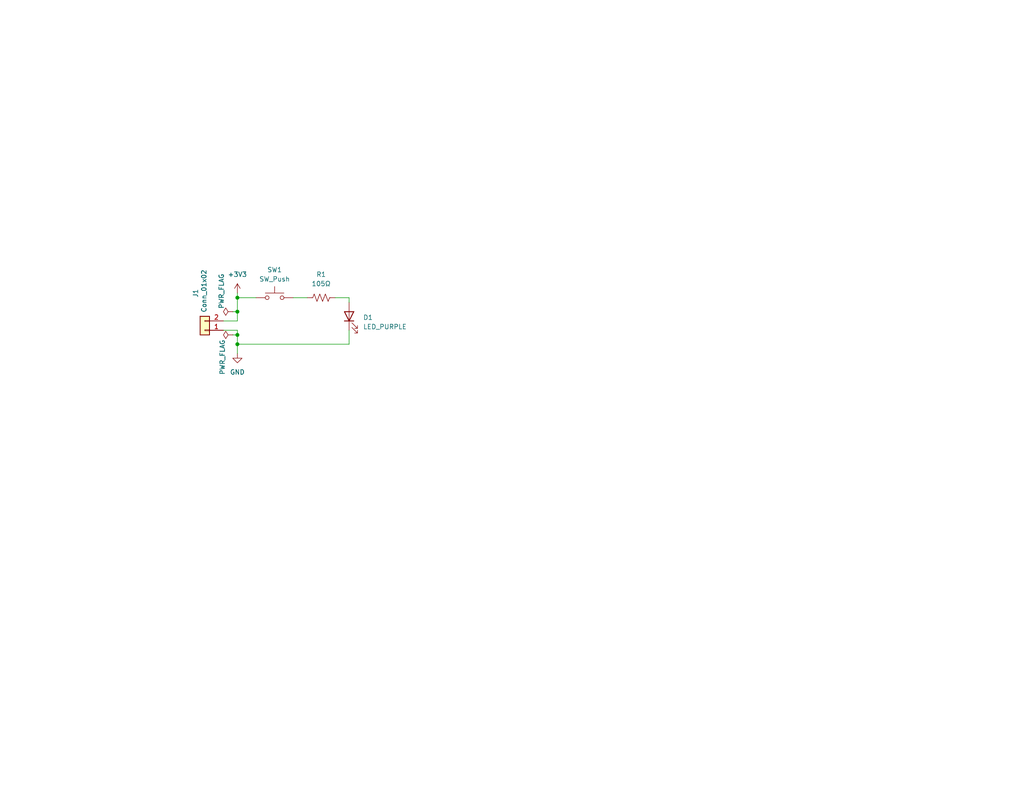
<source format=kicad_sch>
(kicad_sch (version 20231120) (generator "eeschema") (generator_version "8.0")
  (paper "USLetter")
  (title_block (title "LED Circuit (proj1)") (date "2025-09-11") (rev "0.0") (company "Illini Solar Car") (comment 1 "Designed By: Annabel Li"))
  (lib_symbols
    (symbol "Connector_Generic:Conn_01x02" (pin_names (offset 1.016) hide)
      (property "Reference" "J" (at 0 2.54 0))
      (property "Value" "Conn_01x02" (at 0 -5.08 0))
      (symbol "Conn_01x02_1_1"
        (rectangle (start -1.27 -2.413) (end 0 -2.667) (stroke (width 0.1524)))
        (rectangle (start -1.27 0.127) (end 0 -0.127) (stroke (width 0.1524)))
        (rectangle (start -1.27 1.27) (end 1.27 -3.81) (stroke (width 0.254)) (fill (type background)))
        (pin passive line (at -5.08 0 0) (length 3.81) (name "Pin_1") (number "1"))
        (pin passive line (at -5.08 -2.54 0) (length 3.81) (name "Pin_2") (number "2"))
      )
    )
    (symbol "Switch:SW_Push" (pin_numbers hide) (pin_names (offset 1.016) hide)
      (property "Reference" "SW" (at 1.27 2.54 0))
      (property "Value" "SW_Push" (at 0 -1.524 0))
      (symbol "SW_Push_0_1"
        (circle (center -2.032 0) (radius 0.508))
        (polyline (pts (xy 0 1.27) (xy 0 3.048)))
        (polyline (pts (xy 2.54 1.27) (xy -2.54 1.27)))
        (circle (center 2.032 0) (radius 0.508))
        (pin passive line (at -5.08 0 0) (length 2.54) (name "1") (number "1"))
        (pin passive line (at 5.08 0 180) (length 2.54) (name "2") (number "2"))
      )
    )
    (symbol "device:LED" (pin_numbers hide) (pin_names (offset 1.016) hide)
      (property "Reference" "D" (at 0 2.54 0))
      (property "Value" "LED" (at 0 -2.54 0))
      (symbol "LED_0_1"
        (polyline (pts (xy -1.27 -1.27) (xy -1.27 1.27)) (stroke (width 0.254)))
        (polyline (pts (xy -1.27 0) (xy 1.27 0)))
        (polyline (pts (xy 1.27 -1.27) (xy 1.27 1.27) (xy -1.27 0) (xy 1.27 -1.27)) (stroke (width 0.254)))
        (polyline (pts (xy -3.048 -0.762) (xy -4.572 -2.286) (xy -3.81 -2.286) (xy -4.572 -2.286) (xy -4.572 -1.524)))
        (polyline (pts (xy -1.778 -0.762) (xy -3.302 -2.286) (xy -2.54 -2.286) (xy -3.302 -2.286) (xy -3.302 -1.524)))
      )
      (symbol "LED_1_1"
        (pin passive line (at -3.81 0 0) (length 2.54) (name "K") (number "1"))
        (pin passive line (at 3.81 0 180) (length 2.54) (name "A") (number "2"))
      )
    )
    (symbol "device:R_US" (pin_numbers hide) (pin_names (offset 0))
      (property "Reference" "R" (at 2.54 0 90))
      (property "Value" "R_US" (at -2.54 0 90))
      (symbol "R_US_0_1"
        (polyline (pts (xy 0 -2.286) (xy 0 -2.54)))
        (polyline (pts (xy 0 2.286) (xy 0 2.54)))
        (polyline (pts (xy 0 -0.762) (xy 1.016 -1.143) (xy 0 -1.524) (xy -1.016 -1.905) (xy 0 -2.286)))
        (polyline (pts (xy 0 0.762) (xy 1.016 0.381) (xy 0 0) (xy -1.016 -0.381) (xy 0 -0.762)))
        (polyline (pts (xy 0 2.286) (xy 1.016 1.905) (xy 0 1.524) (xy -1.016 1.143) (xy 0 0.762)))
      )
      (symbol "R_US_1_1"
        (pin passive line (at 0 3.81 270) (length 1.27) (name "~") (number "1"))
        (pin passive line (at 0 -3.81 90) (length 1.27) (name "~") (number "2"))
      )
    )
    (symbol "power:+3V3" (power) (pin_names (offset 0))
      (property "Value" "+3V3" (at 0 3.556 0))
      (symbol "+3V3_0_1"
        (polyline (pts (xy -0.762 1.27) (xy 0 2.54)))
        (polyline (pts (xy 0 0) (xy 0 2.54)))
        (polyline (pts (xy 0 2.54) (xy 0.762 1.27)))
      )
      (symbol "+3V3_1_1"
        (pin power_in line (at 0 0 90) (length 0) hide (name "+3V3") (number "1"))
      )
    )
    (symbol "power:GND" (power) (pin_names (offset 0))
      (property "Value" "GND" (at 0 -3.81 0))
      (symbol "GND_0_1"
        (polyline (pts (xy 0 0) (xy 0 -1.27) (xy 1.27 -1.27) (xy 0 -2.54) (xy -1.27 -1.27) (xy 0 -1.27)))
      )
      (symbol "GND_1_1"
        (pin power_in line (at 0 0 270) (length 0) hide (name "GND") (number "1"))
      )
    )
    (symbol "power:PWR_FLAG" (power) (pin_numbers hide) (pin_names (offset 0) hide)
      (property "Value" "PWR_FLAG" (at 0 3.81 0))
      (symbol "PWR_FLAG_0_0"
        (pin power_out line (at 0 0 90) (length 0) (name "pwr") (number "1"))
      )
      (symbol "PWR_FLAG_0_1"
        (polyline (pts (xy 0 0) (xy 0 1.27) (xy -1.016 1.905) (xy 0 2.54) (xy 1.016 1.905) (xy 0 1.27)))
      )
    )
  )
  (junction (at 64.77 85.09))
  (junction (at 64.77 91.44))
  (junction (at 64.77 81.28))
  (junction (at 64.77 93.98))
  (wire (pts (xy 63.5 85.09) (xy 64.77 85.09)))
  (wire (pts (xy 64.77 85.09) (xy 64.77 81.28)))
  (wire (pts (xy 95.25 90.17) (xy 95.25 93.98)))
  (wire (pts (xy 91.44 81.28) (xy 95.25 81.28)))
  (wire (pts (xy 64.77 87.63) (xy 64.77 85.09)))
  (wire (pts (xy 63.5 91.44) (xy 64.77 91.44)))
  (wire (pts (xy 64.77 90.17) (xy 64.77 91.44)))
  (wire (pts (xy 64.77 91.44) (xy 64.77 93.98)))
  (wire (pts (xy 64.77 93.98) (xy 64.77 96.52)))
  (wire (pts (xy 95.25 93.98) (xy 64.77 93.98)))
  (wire (pts (xy 95.25 81.28) (xy 95.25 82.55)))
  (wire (pts (xy 80.01 81.28) (xy 83.82 81.28)))
  (wire (pts (xy 60.96 90.17) (xy 64.77 90.17)))
  (wire (pts (xy 64.77 81.28) (xy 64.77 80.01)))
  (wire (pts (xy 60.96 87.63) (xy 64.77 87.63)))
  (wire (pts (xy 64.77 81.28) (xy 69.85 81.28)))
  (symbol (lib_id "device:R_US") (at 87.63 81.28 90) (unit 1)
    (property "Reference" "R1" (at 87.63 74.93 90))
    (property "Value" "105Ω" (at 87.63 77.47 90))
    (property "Footprint" "Resistor_SMD:R_0603_1608Metric_Pad0.98x0.95mm_HandSolder" (effects (hide yes)))
    (property "Description" "Resistor, US symbol" (effects (hide yes)))
  )
  (symbol (lib_id "power:+3V3") (at 64.77 80.01 0) (unit 1)
    (property "Reference" "#PWR01" (effects (hide yes)))
    (property "Value" "+3V3" (at 64.77 74.93 0))
    (property "Description" "Power symbol creates a global label with name \"+3V3\"" (effects (hide yes)))
  )
  (symbol (lib_id "Switch:SW_Push") (at 74.93 81.28 0) (unit 1)
    (property "Reference" "SW1" (at 74.93 73.66 0))
    (property "Value" "SW_Push" (at 74.93 76.2 0))
    (property "Footprint" "Button_Switch_SMD:SW_DIP_SPSTx01_Slide_6.7x4.1mm_W8.61mm_P2.54mm_LowProfile" (effects (hide yes)))
    (property "Datasheet" "https://www.te.com/commerce/DocumentDelivery/DDEController?Action=srchrtrv&DocNm=1308111-1_SWITCHES_CORE_PROGRAM_CATALOG&DocType=Catalog%20Section&DocLang=English&DocFormat=pdf&PartCntxt=1825910-6" (effects (hide yes)))
    (property "Description" "Push button switch, generic, two pins" (effects (hide yes)))
    (property "MPN" "1825910-6" (effects (hide yes)))
  )
  (symbol (lib_id "power:PWR_FLAG") (at 63.5 91.44 90) (unit 1)
    (property "Reference" "#FLG02" (effects (hide yes)))
    (property "Value" "PWR_FLAG" (at 59.944 92.71 0) (effects (justify right top)))
    (property "Description" "Special symbol for telling ERC where power comes from" (effects (hide yes)))
  )
  (symbol (lib_id "power:PWR_FLAG") (at 63.5 85.09 90) (unit 1)
    (property "Reference" "#FLG01" (effects (hide yes)))
    (property "Value" "PWR_FLAG" (at 59.69 74.676 0) (effects (justify right top)))
    (property "Description" "Special symbol for telling ERC where power comes from" (effects (hide yes)))
  )
  (symbol (lib_id "power:GND") (at 64.77 96.52 0) (unit 1)
    (property "Reference" "#PWR02" (effects (hide yes)))
    (property "Value" "GND" (at 64.77 101.6 0))
    (property "Description" "Power symbol creates a global label with name \"GND\" , ground" (effects (hide yes)))
  )
  (symbol (lib_id "Connector_Generic:Conn_01x02") (at 55.88 90.17 180) (unit 1)
    (property "Reference" "J1" (at 54.102 81.28 90) (effects (justify right top)))
    (property "Value" "Conn_01x02" (at 56.388 85.344 90) (effects (justify right top)))
    (property "Footprint" "Connector_Molex:Molex_KK-254_AE-6410-02A_1x02_P2.54mm_Vertical" (effects (hide yes)))
    (property "Datasheet" "https://www.molex.com/content/dam/molex/molex-dot-com/products/automated/en-us/salesdrawingpdf/641/6410/022272021_sd.pdf?inline" (effects (hide yes)))
    (property "Description" "Generic connector, single row, 01x02, script generated (kicad-library-utils/schlib/autogen/connector/)" (effects (hide yes)))
    (property "MPN" "022272021" (effects (hide yes)))
  )
  (symbol (lib_id "device:LED") (at 95.25 86.36 90) (unit 1)
    (property "Reference" "D1" (at 99.06 86.6774 90) (effects (justify right)))
    (property "Value" "LED_PURPLE" (at 99.06 89.2174 90) (effects (justify right)))
    (property "Footprint" "layout:LED_0603_Symbol_on_F.SilkS" (effects (hide yes)))
    (property "Description" "Light emitting diode" (effects (hide yes)))
  )
)
</source>
